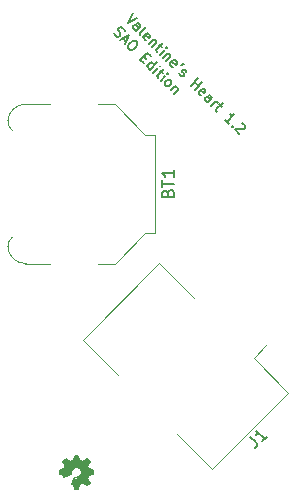
<source format=gto>
%TF.GenerationSoftware,KiCad,Pcbnew,8.0.4*%
%TF.CreationDate,2024-08-07T01:10:06-04:00*%
%TF.ProjectId,heart-sao,68656172-742d-4736-916f-2e6b69636164,rev?*%
%TF.SameCoordinates,Original*%
%TF.FileFunction,Legend,Top*%
%TF.FilePolarity,Positive*%
%FSLAX46Y46*%
G04 Gerber Fmt 4.6, Leading zero omitted, Abs format (unit mm)*
G04 Created by KiCad (PCBNEW 8.0.4) date 2024-08-07 01:10:06*
%MOMM*%
%LPD*%
G01*
G04 APERTURE LIST*
G04 Aperture macros list*
%AMRoundRect*
0 Rectangle with rounded corners*
0 $1 Rounding radius*
0 $2 $3 $4 $5 $6 $7 $8 $9 X,Y pos of 4 corners*
0 Add a 4 corners polygon primitive as box body*
4,1,4,$2,$3,$4,$5,$6,$7,$8,$9,$2,$3,0*
0 Add four circle primitives for the rounded corners*
1,1,$1+$1,$2,$3*
1,1,$1+$1,$4,$5*
1,1,$1+$1,$6,$7*
1,1,$1+$1,$8,$9*
0 Add four rect primitives between the rounded corners*
20,1,$1+$1,$2,$3,$4,$5,0*
20,1,$1+$1,$4,$5,$6,$7,0*
20,1,$1+$1,$6,$7,$8,$9,0*
20,1,$1+$1,$8,$9,$2,$3,0*%
G04 Aperture macros list end*
%ADD10C,0.152400*%
%ADD11C,0.150000*%
%ADD12C,0.000000*%
%ADD13C,0.120000*%
%ADD14R,3.300000X3.500000*%
%ADD15C,10.200000*%
%ADD16RoundRect,0.255000X1.407142X1.767767X-1.767767X-1.407142X-1.407142X-1.767767X1.767767X1.407142X0*%
G04 APERTURE END LIST*
D10*
X135531239Y-83583420D02*
X135124134Y-84397630D01*
X135124134Y-84397630D02*
X135938344Y-83990525D01*
X135792950Y-85066445D02*
X136112818Y-84746577D01*
X136112818Y-84746577D02*
X136141897Y-84659340D01*
X136141897Y-84659340D02*
X136112818Y-84572103D01*
X136112818Y-84572103D02*
X135996502Y-84455788D01*
X135996502Y-84455788D02*
X135909266Y-84426709D01*
X135822029Y-85037366D02*
X135734792Y-85008287D01*
X135734792Y-85008287D02*
X135589398Y-84862893D01*
X135589398Y-84862893D02*
X135560319Y-84775656D01*
X135560319Y-84775656D02*
X135589398Y-84688419D01*
X135589398Y-84688419D02*
X135647555Y-84630261D01*
X135647555Y-84630261D02*
X135734792Y-84601182D01*
X135734792Y-84601182D02*
X135822029Y-84630261D01*
X135822029Y-84630261D02*
X135967424Y-84775656D01*
X135967424Y-84775656D02*
X136054660Y-84804735D01*
X136170976Y-85444471D02*
X136141897Y-85357234D01*
X136141897Y-85357234D02*
X136170976Y-85269997D01*
X136170976Y-85269997D02*
X136694396Y-84746577D01*
X136665318Y-85880655D02*
X136578081Y-85851576D01*
X136578081Y-85851576D02*
X136461765Y-85735260D01*
X136461765Y-85735260D02*
X136432686Y-85648023D01*
X136432686Y-85648023D02*
X136461765Y-85560787D01*
X136461765Y-85560787D02*
X136694396Y-85328155D01*
X136694396Y-85328155D02*
X136781633Y-85299076D01*
X136781633Y-85299076D02*
X136868870Y-85328155D01*
X136868870Y-85328155D02*
X136985186Y-85444471D01*
X136985186Y-85444471D02*
X137014265Y-85531708D01*
X137014265Y-85531708D02*
X136985186Y-85618944D01*
X136985186Y-85618944D02*
X136927028Y-85677102D01*
X136927028Y-85677102D02*
X136578081Y-85444471D01*
X137334133Y-85793418D02*
X136927028Y-86200523D01*
X137275975Y-85851576D02*
X137334133Y-85851576D01*
X137334133Y-85851576D02*
X137421370Y-85880655D01*
X137421370Y-85880655D02*
X137508607Y-85967892D01*
X137508607Y-85967892D02*
X137537686Y-86055129D01*
X137537686Y-86055129D02*
X137508607Y-86142365D01*
X137508607Y-86142365D02*
X137188738Y-86462234D01*
X137799396Y-86258681D02*
X138032027Y-86491312D01*
X138090185Y-86142365D02*
X137566764Y-86665786D01*
X137566764Y-86665786D02*
X137537685Y-86753023D01*
X137537685Y-86753023D02*
X137566764Y-86840259D01*
X137566764Y-86840259D02*
X137624922Y-86898417D01*
X137828475Y-87101970D02*
X138235580Y-86694865D01*
X138439132Y-86491312D02*
X138380974Y-86491312D01*
X138380974Y-86491312D02*
X138380974Y-86549470D01*
X138380974Y-86549470D02*
X138439132Y-86549470D01*
X138439132Y-86549470D02*
X138439132Y-86491312D01*
X138439132Y-86491312D02*
X138380974Y-86549470D01*
X138526369Y-86985654D02*
X138119264Y-87392759D01*
X138468211Y-87043812D02*
X138526369Y-87043812D01*
X138526369Y-87043812D02*
X138613606Y-87072891D01*
X138613606Y-87072891D02*
X138700842Y-87160128D01*
X138700842Y-87160128D02*
X138729921Y-87247364D01*
X138729921Y-87247364D02*
X138700842Y-87334601D01*
X138700842Y-87334601D02*
X138380974Y-87654469D01*
X138933474Y-88148811D02*
X138846237Y-88119732D01*
X138846237Y-88119732D02*
X138729921Y-88003416D01*
X138729921Y-88003416D02*
X138700842Y-87916179D01*
X138700842Y-87916179D02*
X138729921Y-87828943D01*
X138729921Y-87828943D02*
X138962552Y-87596311D01*
X138962552Y-87596311D02*
X139049789Y-87567232D01*
X139049789Y-87567232D02*
X139137026Y-87596311D01*
X139137026Y-87596311D02*
X139253342Y-87712627D01*
X139253342Y-87712627D02*
X139282421Y-87799864D01*
X139282421Y-87799864D02*
X139253342Y-87887100D01*
X139253342Y-87887100D02*
X139195184Y-87945258D01*
X139195184Y-87945258D02*
X138846237Y-87712627D01*
X139834921Y-87887101D02*
X139660447Y-87945259D01*
X139485973Y-88701311D02*
X139515052Y-88788547D01*
X139515052Y-88788547D02*
X139631368Y-88904863D01*
X139631368Y-88904863D02*
X139718605Y-88933942D01*
X139718605Y-88933942D02*
X139805842Y-88904863D01*
X139805842Y-88904863D02*
X139834920Y-88875784D01*
X139834920Y-88875784D02*
X139863999Y-88788547D01*
X139863999Y-88788547D02*
X139834920Y-88701311D01*
X139834920Y-88701311D02*
X139747684Y-88614074D01*
X139747684Y-88614074D02*
X139718605Y-88526837D01*
X139718605Y-88526837D02*
X139747684Y-88439600D01*
X139747684Y-88439600D02*
X139776763Y-88410521D01*
X139776763Y-88410521D02*
X139863999Y-88381442D01*
X139863999Y-88381442D02*
X139951236Y-88410521D01*
X139951236Y-88410521D02*
X140038473Y-88497758D01*
X140038473Y-88497758D02*
X140067552Y-88584995D01*
X140445578Y-89719073D02*
X141056235Y-89108416D01*
X140765446Y-89399205D02*
X141114393Y-89748152D01*
X140794525Y-90068020D02*
X141405183Y-89457363D01*
X141347025Y-90562362D02*
X141259788Y-90533283D01*
X141259788Y-90533283D02*
X141143472Y-90416967D01*
X141143472Y-90416967D02*
X141114393Y-90329731D01*
X141114393Y-90329731D02*
X141143472Y-90242494D01*
X141143472Y-90242494D02*
X141376104Y-90009863D01*
X141376104Y-90009863D02*
X141463341Y-89980784D01*
X141463341Y-89980784D02*
X141550577Y-90009863D01*
X141550577Y-90009863D02*
X141666893Y-90126178D01*
X141666893Y-90126178D02*
X141695972Y-90213415D01*
X141695972Y-90213415D02*
X141666893Y-90300652D01*
X141666893Y-90300652D02*
X141608735Y-90358810D01*
X141608735Y-90358810D02*
X141259788Y-90126178D01*
X141870446Y-91143941D02*
X142190314Y-90824073D01*
X142190314Y-90824073D02*
X142219393Y-90736836D01*
X142219393Y-90736836D02*
X142190314Y-90649599D01*
X142190314Y-90649599D02*
X142073998Y-90533283D01*
X142073998Y-90533283D02*
X141986761Y-90504205D01*
X141899525Y-91114862D02*
X141812288Y-91085783D01*
X141812288Y-91085783D02*
X141666893Y-90940388D01*
X141666893Y-90940388D02*
X141637814Y-90853152D01*
X141637814Y-90853152D02*
X141666893Y-90765915D01*
X141666893Y-90765915D02*
X141725051Y-90707757D01*
X141725051Y-90707757D02*
X141812288Y-90678678D01*
X141812288Y-90678678D02*
X141899525Y-90707757D01*
X141899525Y-90707757D02*
X142044919Y-90853152D01*
X142044919Y-90853152D02*
X142132156Y-90882231D01*
X142161235Y-91434730D02*
X142568340Y-91027625D01*
X142452024Y-91143941D02*
X142539261Y-91114862D01*
X142539261Y-91114862D02*
X142597419Y-91114862D01*
X142597419Y-91114862D02*
X142684655Y-91143941D01*
X142684655Y-91143941D02*
X142742813Y-91202098D01*
X142859129Y-91318415D02*
X143091761Y-91551046D01*
X143149919Y-91202099D02*
X142626498Y-91725519D01*
X142626498Y-91725519D02*
X142597419Y-91812756D01*
X142597419Y-91812756D02*
X142626498Y-91899993D01*
X142626498Y-91899993D02*
X142684656Y-91958151D01*
X143673339Y-92946835D02*
X143324392Y-92597887D01*
X143498866Y-92772361D02*
X144109523Y-92161704D01*
X144109523Y-92161704D02*
X143964129Y-92190782D01*
X143964129Y-92190782D02*
X143847813Y-92190782D01*
X143847813Y-92190782D02*
X143760576Y-92161704D01*
X143993207Y-93150387D02*
X143993207Y-93208545D01*
X143993207Y-93208545D02*
X143935050Y-93208545D01*
X143935050Y-93208545D02*
X143935050Y-93150387D01*
X143935050Y-93150387D02*
X143993207Y-93150387D01*
X143993207Y-93150387D02*
X143935050Y-93208545D01*
X144749259Y-92917755D02*
X144807417Y-92917755D01*
X144807417Y-92917755D02*
X144894654Y-92946834D01*
X144894654Y-92946834D02*
X145040049Y-93092229D01*
X145040049Y-93092229D02*
X145069128Y-93179466D01*
X145069128Y-93179466D02*
X145069128Y-93237624D01*
X145069128Y-93237624D02*
X145040049Y-93324860D01*
X145040049Y-93324860D02*
X144981891Y-93383018D01*
X144981891Y-93383018D02*
X144865575Y-93441176D01*
X144865575Y-93441176D02*
X144167681Y-93441176D01*
X144167681Y-93441176D02*
X144545707Y-93819202D01*
X133947119Y-85283756D02*
X134005277Y-85400072D01*
X134005277Y-85400072D02*
X134150671Y-85545466D01*
X134150671Y-85545466D02*
X134237908Y-85574545D01*
X134237908Y-85574545D02*
X134296066Y-85574545D01*
X134296066Y-85574545D02*
X134383303Y-85545466D01*
X134383303Y-85545466D02*
X134441460Y-85487308D01*
X134441460Y-85487308D02*
X134470539Y-85400072D01*
X134470539Y-85400072D02*
X134470539Y-85341914D01*
X134470539Y-85341914D02*
X134441460Y-85254677D01*
X134441460Y-85254677D02*
X134354224Y-85109282D01*
X134354224Y-85109282D02*
X134325145Y-85022046D01*
X134325145Y-85022046D02*
X134325145Y-84963888D01*
X134325145Y-84963888D02*
X134354224Y-84876651D01*
X134354224Y-84876651D02*
X134412382Y-84818493D01*
X134412382Y-84818493D02*
X134499618Y-84789414D01*
X134499618Y-84789414D02*
X134557776Y-84789414D01*
X134557776Y-84789414D02*
X134645013Y-84818493D01*
X134645013Y-84818493D02*
X134790408Y-84963888D01*
X134790408Y-84963888D02*
X134848565Y-85080203D01*
X134674092Y-85719940D02*
X134964881Y-86010729D01*
X134441460Y-85836255D02*
X135255670Y-85429150D01*
X135255670Y-85429150D02*
X134848565Y-86243360D01*
X135779091Y-85952571D02*
X135895407Y-86068887D01*
X135895407Y-86068887D02*
X135924486Y-86156124D01*
X135924486Y-86156124D02*
X135924486Y-86272440D01*
X135924486Y-86272440D02*
X135837249Y-86417834D01*
X135837249Y-86417834D02*
X135633697Y-86621387D01*
X135633697Y-86621387D02*
X135488302Y-86708623D01*
X135488302Y-86708623D02*
X135371986Y-86708623D01*
X135371986Y-86708623D02*
X135284749Y-86679545D01*
X135284749Y-86679545D02*
X135168434Y-86563229D01*
X135168434Y-86563229D02*
X135139355Y-86475992D01*
X135139355Y-86475992D02*
X135139355Y-86359676D01*
X135139355Y-86359676D02*
X135226592Y-86214282D01*
X135226592Y-86214282D02*
X135430144Y-86010729D01*
X135430144Y-86010729D02*
X135575539Y-85923492D01*
X135575539Y-85923492D02*
X135691854Y-85923492D01*
X135691854Y-85923492D02*
X135779091Y-85952571D01*
X136476985Y-87232044D02*
X136680538Y-87435597D01*
X136447907Y-87842702D02*
X136157117Y-87551912D01*
X136157117Y-87551912D02*
X136767775Y-86941255D01*
X136767775Y-86941255D02*
X137058564Y-87232044D01*
X136971327Y-88366122D02*
X137581984Y-87755465D01*
X137000406Y-88337043D02*
X136913169Y-88307964D01*
X136913169Y-88307964D02*
X136796853Y-88191648D01*
X136796853Y-88191648D02*
X136767774Y-88104412D01*
X136767774Y-88104412D02*
X136767774Y-88046254D01*
X136767774Y-88046254D02*
X136796853Y-87959017D01*
X136796853Y-87959017D02*
X136971327Y-87784544D01*
X136971327Y-87784544D02*
X137058564Y-87755465D01*
X137058564Y-87755465D02*
X137116722Y-87755465D01*
X137116722Y-87755465D02*
X137203958Y-87784544D01*
X137203958Y-87784544D02*
X137320274Y-87900859D01*
X137320274Y-87900859D02*
X137349353Y-87988096D01*
X137262116Y-88656911D02*
X137669221Y-88249806D01*
X137872773Y-88046254D02*
X137814615Y-88046254D01*
X137814615Y-88046254D02*
X137814615Y-88104411D01*
X137814615Y-88104411D02*
X137872773Y-88104411D01*
X137872773Y-88104411D02*
X137872773Y-88046254D01*
X137872773Y-88046254D02*
X137814615Y-88104411D01*
X137872773Y-88453358D02*
X138105405Y-88685990D01*
X138163563Y-88337043D02*
X137640142Y-88860463D01*
X137640142Y-88860463D02*
X137611063Y-88947700D01*
X137611063Y-88947700D02*
X137640142Y-89034937D01*
X137640142Y-89034937D02*
X137698300Y-89093095D01*
X137901852Y-89296647D02*
X138308957Y-88889543D01*
X138512510Y-88685990D02*
X138454352Y-88685990D01*
X138454352Y-88685990D02*
X138454352Y-88744148D01*
X138454352Y-88744148D02*
X138512510Y-88744148D01*
X138512510Y-88744148D02*
X138512510Y-88685990D01*
X138512510Y-88685990D02*
X138454352Y-88744148D01*
X138279878Y-89674673D02*
X138250799Y-89587437D01*
X138250799Y-89587437D02*
X138250799Y-89529279D01*
X138250799Y-89529279D02*
X138279878Y-89442042D01*
X138279878Y-89442042D02*
X138454352Y-89267569D01*
X138454352Y-89267569D02*
X138541589Y-89238490D01*
X138541589Y-89238490D02*
X138599747Y-89238490D01*
X138599747Y-89238490D02*
X138686983Y-89267569D01*
X138686983Y-89267569D02*
X138774220Y-89354805D01*
X138774220Y-89354805D02*
X138803299Y-89442042D01*
X138803299Y-89442042D02*
X138803299Y-89500200D01*
X138803299Y-89500200D02*
X138774220Y-89587437D01*
X138774220Y-89587437D02*
X138599747Y-89761910D01*
X138599747Y-89761910D02*
X138512510Y-89790989D01*
X138512510Y-89790989D02*
X138454352Y-89790989D01*
X138454352Y-89790989D02*
X138367115Y-89761910D01*
X138367115Y-89761910D02*
X138279878Y-89674673D01*
X139152246Y-89732831D02*
X138745141Y-90139936D01*
X139094088Y-89790989D02*
X139152246Y-89790989D01*
X139152246Y-89790989D02*
X139239483Y-89820068D01*
X139239483Y-89820068D02*
X139326719Y-89907305D01*
X139326719Y-89907305D02*
X139355798Y-89994541D01*
X139355798Y-89994541D02*
X139326719Y-90081778D01*
X139326719Y-90081778D02*
X139006851Y-90401646D01*
D11*
X138487009Y-98829714D02*
X138534628Y-98686857D01*
X138534628Y-98686857D02*
X138582247Y-98639238D01*
X138582247Y-98639238D02*
X138677485Y-98591619D01*
X138677485Y-98591619D02*
X138820342Y-98591619D01*
X138820342Y-98591619D02*
X138915580Y-98639238D01*
X138915580Y-98639238D02*
X138963200Y-98686857D01*
X138963200Y-98686857D02*
X139010819Y-98782095D01*
X139010819Y-98782095D02*
X139010819Y-99163047D01*
X139010819Y-99163047D02*
X138010819Y-99163047D01*
X138010819Y-99163047D02*
X138010819Y-98829714D01*
X138010819Y-98829714D02*
X138058438Y-98734476D01*
X138058438Y-98734476D02*
X138106057Y-98686857D01*
X138106057Y-98686857D02*
X138201295Y-98639238D01*
X138201295Y-98639238D02*
X138296533Y-98639238D01*
X138296533Y-98639238D02*
X138391771Y-98686857D01*
X138391771Y-98686857D02*
X138439390Y-98734476D01*
X138439390Y-98734476D02*
X138487009Y-98829714D01*
X138487009Y-98829714D02*
X138487009Y-99163047D01*
X138010819Y-98305904D02*
X138010819Y-97734476D01*
X139010819Y-98020190D02*
X138010819Y-98020190D01*
X139010819Y-96877333D02*
X139010819Y-97448761D01*
X139010819Y-97163047D02*
X138010819Y-97163047D01*
X138010819Y-97163047D02*
X138153676Y-97258285D01*
X138153676Y-97258285D02*
X138248914Y-97353523D01*
X138248914Y-97353523D02*
X138296533Y-97448761D01*
X145488548Y-119435720D02*
X145993624Y-119940796D01*
X145993624Y-119940796D02*
X146060968Y-120075483D01*
X146060968Y-120075483D02*
X146060968Y-120210170D01*
X146060968Y-120210170D02*
X145993624Y-120344857D01*
X145993624Y-120344857D02*
X145926281Y-120412201D01*
X146902762Y-119435720D02*
X146498701Y-119839781D01*
X146700731Y-119637750D02*
X145993624Y-118930643D01*
X145993624Y-118930643D02*
X146027296Y-119099002D01*
X146027296Y-119099002D02*
X146027296Y-119233689D01*
X146027296Y-119233689D02*
X145993624Y-119334704D01*
D10*
%TO.C,LOGO1*%
X129899578Y-121342373D02*
X130204907Y-121575860D01*
X129666091Y-121575860D02*
X129899578Y-121342373D01*
X130617999Y-121055005D02*
X130941288Y-121055005D01*
X129360763Y-122312241D02*
X129737934Y-122222438D01*
X130204907Y-121575860D02*
X130546157Y-121450136D01*
X129881618Y-121899149D02*
X129666091Y-121575860D01*
X129737934Y-122222438D02*
X129881618Y-121899149D01*
X130941288Y-121055005D02*
X131013130Y-121450136D01*
X130546157Y-121450136D02*
X130617999Y-121055005D01*
X129360763Y-122635530D02*
X129360763Y-122312241D01*
X129719973Y-122707372D02*
X129360763Y-122635530D01*
X131013130Y-121450136D02*
X131318459Y-121575860D01*
X129755894Y-122851056D02*
X129719973Y-122707372D01*
X131318459Y-121575860D02*
X131659708Y-121342373D01*
X130348591Y-122617569D02*
X129755894Y-122851056D01*
X131659708Y-121342373D02*
X131893195Y-121575860D01*
X131893195Y-121575860D02*
X131659708Y-121917109D01*
X131659708Y-121917109D02*
X131785432Y-122222438D01*
X130384512Y-123479674D02*
X130635959Y-122904937D01*
X131785432Y-122222438D02*
X132198524Y-122312241D01*
X130546157Y-123533555D02*
X130384512Y-123479674D01*
X132198524Y-122312241D02*
X132198524Y-122635530D01*
X131803392Y-122707372D02*
X131677669Y-123012701D01*
X131013130Y-123497634D02*
X130941288Y-123892766D01*
X130617999Y-123892766D02*
X130546157Y-123533555D01*
X131677669Y-123012701D02*
X131893195Y-123335990D01*
X131354380Y-123371911D02*
X131013130Y-123497634D01*
X132198524Y-122635530D02*
X131803392Y-122707372D01*
X130941288Y-123892766D02*
X130617999Y-123892766D01*
X131893195Y-123335990D02*
X131659708Y-123569476D01*
X131659708Y-123569476D02*
X131354380Y-123371911D01*
X130348591Y-122617569D02*
G75*
G02*
X130635959Y-122904937I431052J143684D01*
G01*
D12*
G36*
X131024005Y-121475182D02*
G01*
X131383215Y-121547024D01*
X131587866Y-121342373D01*
X131860189Y-121614695D01*
X131673060Y-121988951D01*
X131814565Y-122271961D01*
X132202882Y-122271962D01*
X132202882Y-122574861D01*
X131824268Y-122764168D01*
X131680584Y-123051536D01*
X131998338Y-123369290D01*
X131582019Y-123508063D01*
X131243701Y-123338905D01*
X131025849Y-123556757D01*
X130924367Y-123861202D01*
X130634919Y-123861202D01*
X130533437Y-123556757D01*
X130417518Y-123440838D01*
X130635801Y-123004273D01*
X131162607Y-122828671D01*
X131238611Y-122448658D01*
X131082057Y-122135551D01*
X130779643Y-121984343D01*
X130477229Y-122135550D01*
X130317028Y-122455952D01*
X130317028Y-122680039D01*
X129781122Y-122787220D01*
X129356405Y-122574861D01*
X129356405Y-122285692D01*
X129816860Y-122193601D01*
X129888702Y-121834391D01*
X129684052Y-121629741D01*
X129971420Y-121342373D01*
X130255874Y-121626826D01*
X130532626Y-121488449D01*
X130627371Y-121014726D01*
X130931915Y-121014726D01*
X131024005Y-121475182D01*
G37*
D13*
%TO.C,BT1*%
X134006000Y-91294000D02*
X136606000Y-93894000D01*
X132556000Y-91294000D02*
X134006000Y-91294000D01*
X128556000Y-91294000D02*
X126456000Y-91294000D01*
X137406000Y-93894000D02*
X137406000Y-102194000D01*
X136606000Y-93894000D02*
X137406000Y-93894000D01*
X137406000Y-102194000D02*
X136606000Y-102194000D01*
X136606000Y-102194000D02*
X134006000Y-104794000D01*
X134006000Y-104794000D02*
X132556000Y-104794000D01*
X128556000Y-104794000D02*
X126456000Y-104794000D01*
X124956000Y-92744000D02*
G75*
G02*
X126506000Y-91294000I1499999J-49999D01*
G01*
X125356000Y-93544000D02*
G75*
G02*
X124971840Y-92629385I600001J790000D01*
G01*
X124971840Y-103458615D02*
G75*
G02*
X125356000Y-102544000I984160J124615D01*
G01*
X126506000Y-104794000D02*
G75*
G02*
X124956000Y-103344000I-50000J1500000D01*
G01*
%TO.C,J1*%
X148722512Y-115714110D02*
X142238343Y-122198279D01*
X145766806Y-112758403D02*
X146827466Y-111697743D01*
X145766806Y-112758403D02*
X148722512Y-115714110D01*
X140746348Y-107737945D02*
X137790641Y-104782239D01*
X137790641Y-104782239D02*
X131306472Y-111266408D01*
X142238343Y-122198279D02*
X139282636Y-119242573D01*
X131306472Y-111266408D02*
X134262178Y-114222115D01*
%TD*%
%LPC*%
D14*
%TO.C,BT1*%
X130556000Y-90144000D03*
X130556000Y-105944000D03*
D15*
X130556000Y-98044000D03*
%TD*%
D16*
%TO.C,J1*%
X144497549Y-112599304D03*
X139123537Y-117973316D03*
X142701498Y-110803253D03*
X137327486Y-116177265D03*
X140905447Y-109007202D03*
X135531435Y-114381214D03*
%TD*%
%LPD*%
M02*

</source>
